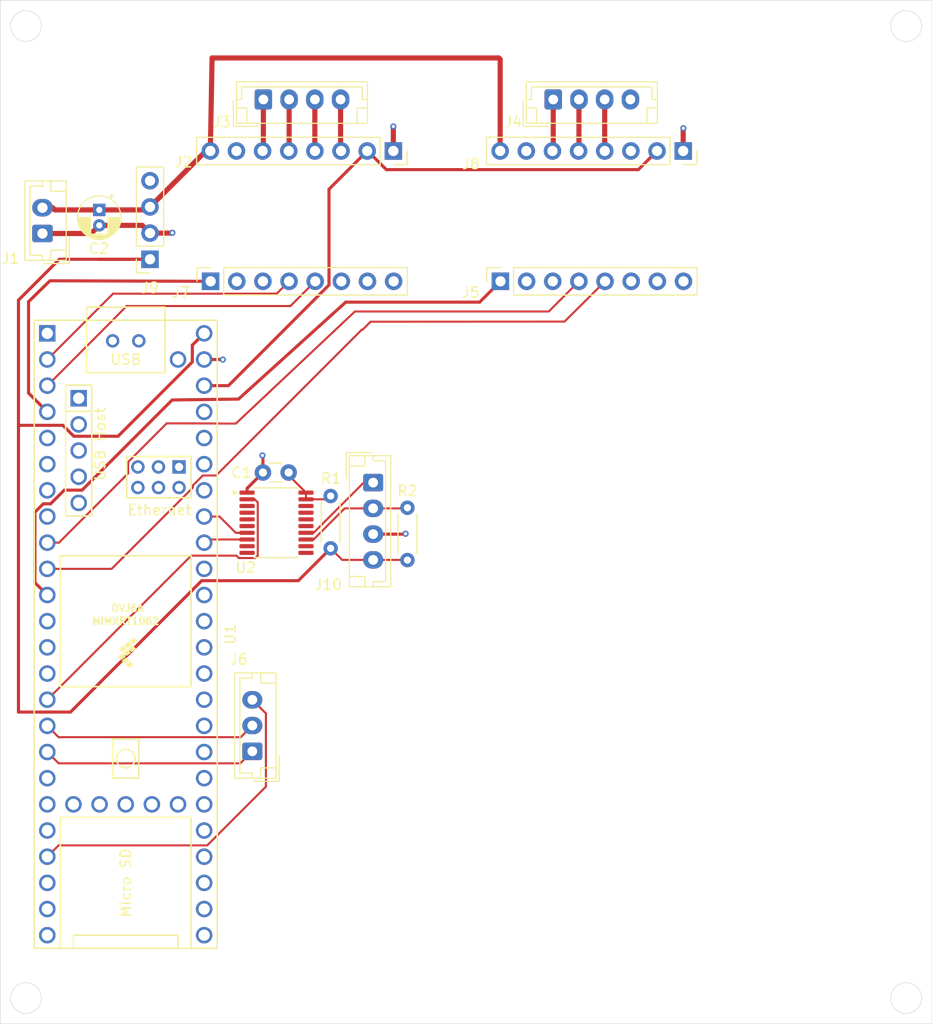
<source format=kicad_pcb>
(kicad_pcb (version 20240108) (generator "pcbnew") (generator_version "8.0")
  (layers (0 "F.Cu" signal) (31 "B.Cu" signal) (34 "B.Paste" user) (35 "F.Paste" user) (36 "B.SilkS" user "B.Silkscreen") (37 "F.SilkS" user "F.Silkscreen") (38 "B.Mask" user) (39 "F.Mask" user) (44 "Edge.Cuts" user))
  (net 0 "")
  (net 1 "+5V")
  (net 2 "/EN")
  (net 3 "GND")
  (net 4 "+24V")
  (net 5 "/D1_A2")
  (net 6 "/D1_B1")
  (net 7 "/D1_B2")
  (net 8 "+3.3V")
  (net 9 "/D1_A1")
  (net 10 "/D2_B1")
  (net 11 "/D2_A2")
  (net 12 "/D2_A1")
  (net 13 "/D2_B2")
  (net 17 "/D2_TX")
  (net 19 "/D2_EN")
  (net 21 "/D2_RX")
  (net 22 "/EN1")
  (net 23 "/EN2")
  (net 24 "/ENA")
  (net 26 "/D1_EN")
  (net 27 "/D1_TX")
  (net 28 "/D1_RX")
  (net 34 "/Black{slash}SDA")
  (net 35 "/Yellow{slash}SCL")
  (net 53 "TEMP_SDA")
  (net 57 "TEMP_SCL")
  (footprint "Connector_PinSocket_2.54mm:PinSocket_1x08_P2.54mm_Vertical" (layer "F.Cu") (at 36.37 43.95 90)
    (property "Reference" "J7" (at -1.08 -2.88 0) (layer "F.SilkS"))
    (property "Value" "Conn_01x08")
    (pad "1" thru_hole rect (at 0 0 90) (size 1.7 1.7) (drill 1) (layers "*.Cu" "*.Mask") (net 26 "/D1_EN"))
    (pad "2" thru_hole oval (at 0 2.54 90) (size 1.7 1.7) (drill 1) (layers "*.Cu" "*.Mask"))
    (pad "3" thru_hole oval (at 0 5.08 90) (size 1.7 1.7) (drill 1) (layers "*.Cu" "*.Mask"))
    (pad "4" thru_hole oval (at 0 7.62 90) (size 1.7 1.7) (drill 1) (layers "*.Cu" "*.Mask") (net 27 "/D1_TX"))
    (pad "5" thru_hole oval (at 0 10.16 90) (size 1.7 1.7) (drill 1) (layers "*.Cu" "*.Mask") (net 28 "/D1_RX"))
    (pad "6" thru_hole oval (at 0 12.7 90) (size 1.7 1.7) (drill 1) (layers "*.Cu" "*.Mask"))
    (pad "7" thru_hole oval (at 0 15.24 90) (size 1.7 1.7) (drill 1) (layers "*.Cu" "*.Mask"))
    (pad "8" thru_hole oval (at 0 17.78 90) (size 1.7 1.7) (drill 1) (layers "*.Cu" "*.Mask"))
  )
  (footprint "Resistor_THT:R_Axial_DIN0204_L3.6mm_D1.6mm_P5.08mm_Horizontal" (layer "F.Cu") (at 48.03 69.87 90)
    (property "Reference" "R1" (at 6.77 0.04 180) (layer "F.SilkS"))
    (property "Value" "200k")
    (pad "1" thru_hole circle (at 0 0 90) (size 1.4 1.4) (drill 0.7) (layers "*.Cu" "*.Mask") (net 1 "+5V"))
    (pad "2" thru_hole oval (at 5.08 0 90) (size 1.4 1.4) (drill 0.7) (layers "*.Cu" "*.Mask") (net 2 "/EN"))
  )
  (footprint "Connector_PinSocket_2.54mm:PinSocket_1x08_P2.54mm_Vertical" (layer "F.Cu") (at 54.12 31.3 -90)
    (property "Reference" "J2" (at 1.08 20.38 180) (layer "F.SilkS"))
    (property "Value" "Conn_01x08")
    (pad "1" thru_hole rect (at 0 0 270) (size 1.7 1.7) (drill 1) (layers "*.Cu" "*.Mask") (net 3 "GND"))
    (pad "2" thru_hole oval (at 0 2.54 270) (size 1.7 1.7) (drill 1) (layers "*.Cu" "*.Mask") (net 8 "+3.3V"))
    (pad "3" thru_hole oval (at 0 5.08 270) (size 1.7 1.7) (drill 1) (layers "*.Cu" "*.Mask") (net 7 "/D1_B2"))
    (pad "4" thru_hole oval (at 0 7.62 270) (size 1.7 1.7) (drill 1) (layers "*.Cu" "*.Mask") (net 6 "/D1_B1"))
    (pad "5" thru_hole oval (at 0 10.16 270) (size 1.7 1.7) (drill 1) (layers "*.Cu" "*.Mask") (net 9 "/D1_A1"))
    (pad "6" thru_hole oval (at 0 12.7 270) (size 1.7 1.7) (drill 1) (layers "*.Cu" "*.Mask") (net 5 "/D1_A2"))
    (pad "7" thru_hole oval (at 0 15.24 270) (size 1.7 1.7) (drill 1) (layers "*.Cu" "*.Mask") (net 3 "GND"))
    (pad "8" thru_hole oval (at 0 17.78 270) (size 1.7 1.7) (drill 1) (layers "*.Cu" "*.Mask") (net 4 "+24V"))
  )
  (footprint "Connector_PinSocket_2.54mm:PinSocket_1x08_P2.54mm_Vertical" (layer "F.Cu") (at 64.53 43.95 90)
    (property "Reference" "J5" (at -1.08 -2.88 0) (layer "F.SilkS"))
    (property "Value" "Conn_01x08")
    (pad "1" thru_hole rect (at 0 0 90) (size 1.7 1.7) (drill 1) (layers "*.Cu" "*.Mask") (net 19 "/D2_EN"))
    (pad "2" thru_hole oval (at 0 2.54 90) (size 1.7 1.7) (drill 1) (layers "*.Cu" "*.Mask"))
    (pad "3" thru_hole oval (at 0 5.08 90) (size 1.7 1.7) (drill 1) (layers "*.Cu" "*.Mask"))
    (pad "4" thru_hole oval (at 0 7.62 90) (size 1.7 1.7) (drill 1) (layers "*.Cu" "*.Mask") (net 17 "/D2_TX"))
    (pad "5" thru_hole oval (at 0 10.16 90) (size 1.7 1.7) (drill 1) (layers "*.Cu" "*.Mask") (net 21 "/D2_RX"))
    (pad "6" thru_hole oval (at 0 12.7 90) (size 1.7 1.7) (drill 1) (layers "*.Cu" "*.Mask"))
    (pad "7" thru_hole oval (at 0 15.24 90) (size 1.7 1.7) (drill 1) (layers "*.Cu" "*.Mask"))
    (pad "8" thru_hole oval (at 0 17.78 90) (size 1.7 1.7) (drill 1) (layers "*.Cu" "*.Mask"))
  )
  (footprint "Connector_PinSocket_2.54mm:PinSocket_1x08_P2.54mm_Vertical" (layer "F.Cu") (at 82.28 31.3 -90)
    (property "Reference" "J8" (at 1.26 20.62 180) (layer "F.SilkS"))
    (property "Value" "Conn_01x08")
    (pad "1" thru_hole rect (at 0 0 270) (size 1.7 1.7) (drill 1) (layers "*.Cu" "*.Mask") (net 3 "GND"))
    (pad "2" thru_hole oval (at 0 2.54 270) (size 1.7 1.7) (drill 1) (layers "*.Cu" "*.Mask") (net 8 "+3.3V"))
    (pad "3" thru_hole oval (at 0 5.08 270) (size 1.7 1.7) (drill 1) (layers "*.Cu" "*.Mask") (net 13 "/D2_B2"))
    (pad "4" thru_hole oval (at 0 7.62 270) (size 1.7 1.7) (drill 1) (layers "*.Cu" "*.Mask") (net 10 "/D2_B1"))
    (pad "5" thru_hole oval (at 0 10.16 270) (size 1.7 1.7) (drill 1) (layers "*.Cu" "*.Mask") (net 12 "/D2_A1"))
    (pad "6" thru_hole oval (at 0 12.7 270) (size 1.7 1.7) (drill 1) (layers "*.Cu" "*.Mask") (net 11 "/D2_A2"))
    (pad "7" thru_hole oval (at 0 15.24 270) (size 1.7 1.7) (drill 1) (layers "*.Cu" "*.Mask") (net 3 "GND"))
    (pad "8" thru_hole oval (at 0 17.78 270) (size 1.7 1.7) (drill 1) (layers "*.Cu" "*.Mask") (net 4 "+24V"))
  )
  (footprint "Connector_JST:JST_EH_B4B-EH-A_1x04_P2.50mm_Vertical" (layer "F.Cu") (at 52.16 63.49 -90)
    (property "Reference" "J10" (at 9.91 4.37 180) (layer "F.SilkS"))
    (property "Value" "Conn_01x04")
    (pad "1" thru_hole roundrect (at 0 0 270) (size 1.7 1.95) (drill 0.95) (layers "*.Cu" "*.Mask") (roundrect_rratio 0.147059) (net 35 "/Yellow{slash}SCL"))
    (pad "2" thru_hole oval (at 2.5 0 270) (size 1.7 1.95) (drill 0.95) (layers "*.Cu" "*.Mask") (net 34 "/Black{slash}SDA"))
    (pad "3" thru_hole oval (at 5 0 270) (size 1.7 1.95) (drill 0.95) (layers "*.Cu" "*.Mask") (net 3 "GND"))
    (pad "4" thru_hole oval (at 7.5 0 270) (size 1.7 1.95) (drill 0.95) (layers "*.Cu" "*.Mask") (net 1 "+5V"))
  )
  (footprint "Package_SO:TSSOP-20_4.4x6.5mm_P0.65mm" (layer "F.Cu") (at 42.7725 67.385)
    (property "Reference" "U2" (at -2.9925 4.355 0) (layer "F.SilkS"))
    (property "Value" "LSF0108PWR")
    (pad "1" smd roundrect (at -2.8625 -2.925) (size 1.475 0.4) (layers "F.Cu" "F.Paste" "F.Mask") (net 3 "GND"))
    (pad "2" smd roundrect (at -2.8625 -2.275) (size 1.475 0.4) (layers "F.Cu" "F.Paste" "F.Mask") (net 8 "+3.3V"))
    (pad "3" smd roundrect (at -2.8625 -1.625) (size 1.475 0.4) (layers "F.Cu" "F.Paste" "F.Mask"))
    (pad "4" smd roundrect (at -2.8625 -0.975) (size 1.475 0.4) (layers "F.Cu" "F.Paste" "F.Mask"))
    (pad "5" smd roundrect (at -2.8625 -0.325) (size 1.475 0.4) (layers "F.Cu" "F.Paste" "F.Mask"))
    (pad "6" smd roundrect (at -2.8625 0.325) (size 1.475 0.4) (layers "F.Cu" "F.Paste" "F.Mask"))
    (pad "7" smd roundrect (at -2.8625 0.975) (size 1.475 0.4) (layers "F.Cu" "F.Paste" "F.Mask") (net 57 "TEMP_SCL"))
    (pad "8" smd roundrect (at -2.8625 1.625) (size 1.475 0.4) (layers "F.Cu" "F.Paste" "F.Mask") (net 53 "TEMP_SDA"))
    (pad "9" smd roundrect (at -2.8625 2.275) (size 1.475 0.4) (layers "F.Cu" "F.Paste" "F.Mask"))
    (pad "10" smd roundrect (at -2.8625 2.925) (size 1.475 0.4) (layers "F.Cu" "F.Paste" "F.Mask"))
    (pad "11" smd roundrect (at 2.8625 2.925) (size 1.475 0.4) (layers "F.Cu" "F.Paste" "F.Mask"))
    (pad "12" smd roundrect (at 2.8625 2.275) (size 1.475 0.4) (layers "F.Cu" "F.Paste" "F.Mask"))
    (pad "13" smd roundrect (at 2.8625 1.625) (size 1.475 0.4) (layers "F.Cu" "F.Paste" "F.Mask") (net 34 "/Black{slash}SDA"))
    (pad "14" smd roundrect (at 2.8625 0.975) (size 1.475 0.4) (layers "F.Cu" "F.Paste" "F.Mask") (net 35 "/Yellow{slash}SCL"))
    (pad "15" smd roundrect (at 2.8625 0.325) (size 1.475 0.4) (layers "F.Cu" "F.Paste" "F.Mask"))
    (pad "16" smd roundrect (at 2.8625 -0.325) (size 1.475 0.4) (layers "F.Cu" "F.Paste" "F.Mask"))
    (pad "17" smd roundrect (at 2.8625 -0.975) (size 1.475 0.4) (layers "F.Cu" "F.Paste" "F.Mask"))
    (pad "18" smd roundrect (at 2.8625 -1.625) (size 1.475 0.4) (layers "F.Cu" "F.Paste" "F.Mask"))
    (pad "19" smd roundrect (at 2.8625 -2.275) (size 1.475 0.4) (layers "F.Cu" "F.Paste" "F.Mask") (net 2 "/EN"))
    (pad "20" smd roundrect (at 2.8625 -2.925) (size 1.475 0.4) (layers "F.Cu" "F.Paste" "F.Mask") (net 2 "/EN"))
  )
  (footprint "Connector_JST:JST_EH_B4B-EH-A_1x04_P2.50mm_Vertical" (layer "F.Cu") (at 69.655 26.3)
    (property "Reference" "J4" (at -3.865 2.17 0) (layer "F.SilkS"))
    (property "Value" "Conn_01x04")
    (pad "1" thru_hole roundrect (at 0 0) (size 1.7 1.95) (drill 0.95) (layers "*.Cu" "*.Mask") (roundrect_rratio 0.147059) (net 11 "/D2_A2"))
    (pad "2" thru_hole oval (at 2.5 0) (size 1.7 1.95) (drill 0.95) (layers "*.Cu" "*.Mask") (net 12 "/D2_A1"))
    (pad "3" thru_hole oval (at 5 0) (size 1.7 1.95) (drill 0.95) (layers "*.Cu" "*.Mask") (net 10 "/D2_B1"))
    (pad "4" thru_hole oval (at 7.5 0) (size 1.7 1.95) (drill 0.95) (layers "*.Cu" "*.Mask") (net 13 "/D2_B2"))
  )
  (footprint "Connector_JST:JST_EH_B2B-EH-A_1x02_P2.50mm_Vertical" (layer "F.Cu") (at 20.03 39.31 90)
    (property "Reference" "J1" (at -2.43 -3.12 0) (layer "F.SilkS"))
    (property "Value" "Conn_01x02")
    (pad "1" thru_hole roundrect (at 0 0 90) (size 1.7 2) (drill 1) (layers "*.Cu" "*.Mask") (roundrect_rratio 0.147059) (net 3 "GND"))
    (pad "2" thru_hole oval (at 2.5 0 90) (size 1.7 2) (drill 1) (layers "*.Cu" "*.Mask") (net 4 "+24V"))
  )
  (footprint "Resistor_THT:R_Axial_DIN0204_L3.6mm_D1.6mm_P5.08mm_Horizontal" (layer "F.Cu") (at 55.49 65.93 -90)
    (property "Reference" "R2" (at -1.64 0 0) (layer "F.SilkS"))
    (property "Value" "10k")
    (pad "1" thru_hole circle (at 0 0 270) (size 1.4 1.4) (drill 0.7) (layers "*.Cu" "*.Mask") (net 34 "/Black{slash}SDA"))
    (pad "2" thru_hole oval (at 5.08 0 270) (size 1.4 1.4) (drill 0.7) (layers "*.Cu" "*.Mask") (net 1 "+5V"))
  )
  (footprint "Capacitor_THT:CP_Radial_D4.0mm_P1.50mm" (layer "F.Cu") (at 25.55 37.02 -90)
    (property "Reference" "C2" (at 3.76 0.03 180) (layer "F.SilkS"))
    (property "Value" "33uF")
    (pad "1" thru_hole rect (at 0 0 270) (size 1.2 1.2) (drill 0.6) (layers "*.Cu" "*.Mask") (net 4 "+24V"))
    (pad "2" thru_hole circle (at 1.5 0 270) (size 1.2 1.2) (drill 0.6) (layers "*.Cu" "*.Mask") (net 3 "GND"))
  )
  (footprint "Connector_JST:JST_EH_B4B-EH-A_1x04_P2.50mm_Vertical" (layer "F.Cu") (at 41.495 26.3)
    (property "Reference" "J3" (at -4.045 2.19 0) (layer "F.SilkS"))
    (property "Value" "Conn_01x04")
    (pad "1" thru_hole roundrect (at 0 0) (size 1.7 1.95) (drill 0.95) (layers "*.Cu" "*.Mask") (roundrect_rratio 0.147059) (net 5 "/D1_A2"))
    (pad "2" thru_hole oval (at 2.5 0) (size 1.7 1.95) (drill 0.95) (layers "*.Cu" "*.Mask") (net 9 "/D1_A1"))
    (pad "3" thru_hole oval (at 5 0) (size 1.7 1.95) (drill 0.95) (layers "*.Cu" "*.Mask") (net 6 "/D1_B1"))
    (pad "4" thru_hole oval (at 7.5 0) (size 1.7 1.95) (drill 0.95) (layers "*.Cu" "*.Mask") (net 7 "/D1_B2"))
  )
  (footprint "teensy:Teensy41" (layer "F.Cu") (at 28.12 78.21 -90)
    (property "Reference" "U1" (at 0 -10.16 90) (layer "F.SilkS"))
    (property "Value" "Teensy4.1")
    (fp_text user "Ethernet" (at -12.065 -3.2766 180) (layer "F.SilkS"))
    (fp_text user "DVJ6A" (at -2.54 -0.18 180) (layer "F.SilkS") (effects (font (size 0.7 0.7))))
    (fp_text user "Micro SD" (at 24.13 0 90) (layer "F.SilkS"))
    (fp_text user "MIMXRT1062" (at -1.27 0 180) (layer "F.SilkS") (effects (font (size 0.7 0.7))))
    (fp_text user "USB" (at -26.67 0 180) (layer "F.SilkS"))
    (fp_text user "USB Host" (at -18.4658 2.4892 90) (layer "F.SilkS"))
    (pad "1" thru_hole rect (at -29.21 7.62 270) (size 1.6 1.6) (drill 1.1) (layers "*.Cu" "*.Mask"))
    (pad "2" thru_hole circle (at -26.67 7.62 270) (size 1.6 1.6) (drill 1.1) (layers "*.Cu" "*.Mask") (net 27 "/D1_TX"))
    (pad "3" thru_hole circle (at -24.13 7.62 270) (size 1.6 1.6) (drill 1.1) (layers "*.Cu" "*.Mask") (net 28 "/D1_RX"))
    (pad "4" thru_hole circle (at -21.59 7.62 270) (size 1.6 1.6) (drill 1.1) (layers "*.Cu" "*.Mask") (net 26 "/D1_EN"))
    (pad "5" thru_hole circle (at -19.05 7.62 270) (size 1.6 1.6) (drill 1.1) (layers "*.Cu" "*.Mask"))
    (pad "6" thru_hole circle (at -16.51 7.62 270) (size 1.6 1.6) (drill 1.1) (layers "*.Cu" "*.Mask"))
    (pad "7" thru_hole circle (at -13.97 7.62 270) (size 1.6 1.6) (drill 1.1) (layers "*.Cu" "*.Mask"))
    (pad "8" thru_hole circle (at -11.43 7.62 270) (size 1.6 1.6) (drill 1.1) (layers "*.Cu" "*.Mask"))
    (pad "9" thru_hole circle (at -8.89 7.62 270) (size 1.6 1.6) (drill 1.1) (layers "*.Cu" "*.Mask") (net 17 "/D2_TX"))
    (pad "10" thru_hole circle (at -6.35 7.62 270) (size 1.6 1.6) (drill 1.1) (layers "*.Cu" "*.Mask") (net 21 "/D2_RX"))
    (pad "11" thru_hole circle (at -3.81 7.62 270) (size 1.6 1.6) (drill 1.1) (layers "*.Cu" "*.Mask") (net 19 "/D2_EN"))
    (pad "12" thru_hole circle (at -1.27 7.62 270) (size 1.6 1.6) (drill 1.1) (layers "*.Cu" "*.Mask"))
    (pad "13" thru_hole circle (at 1.27 7.62 270) (size 1.6 1.6) (drill 1.1) (layers "*.Cu" "*.Mask"))
    (pad "14" thru_hole circle (at 3.81 7.62 270) (size 1.6 1.6) (drill 1.1) (layers "*.Cu" "*.Mask"))
    (pad "15" thru_hole circle (at 6.35 7.62 270) (size 1.6 1.6) (drill 1.1) (layers "*.Cu" "*.Mask") (net 8 "+3.3V"))
    (pad "16" thru_hole circle (at 8.89 7.62 270) (size 1.6 1.6) (drill 1.1) (layers "*.Cu" "*.Mask") (net 23 "/EN2"))
    (pad "17" thru_hole circle (at 11.43 7.62 270) (size 1.6 1.6) (drill 1.1) (layers "*.Cu" "*.Mask") (net 22 "/EN1"))
    (pad "18" thru_hole circle (at 13.97 7.62 270) (size 1.6 1.6) (drill 1.1) (layers "*.Cu" "*.Mask"))
    (pad "19" thru_hole circle (at 16.51 7.62 270) (size 1.6 1.6) (drill 1.1) (layers "*.Cu" "*.Mask"))
    (pad "20" thru_hole circle (at 19.05 7.62 270) (size 1.6 1.6) (drill 1.1) (layers "*.Cu" "*.Mask"))
    (pad "21" thru_hole circle (at 21.59 7.62 270) (size 1.6 1.6) (drill 1.1) (layers "*.Cu" "*.Mask") (net 24 "/ENA"))
    (pad "22" thru_hole circle (at 24.13 7.62 270) (size 1.6 1.6) (drill 1.1) (layers "*.Cu" "*.Mask"))
    (pad "23" thru_hole circle (at 26.67 7.62 270) (size 1.6 1.6) (drill 1.1) (layers "*.Cu" "*.Mask"))
    (pad "24" thru_hole circle (at 29.21 7.62 270) (size 1.6 1.6) (drill 1.1) (layers "*.Cu" "*.Mask"))
    (pad "25" thru_hole circle (at 29.21 -7.62 270) (size 1.6 1.6) (drill 1.1) (layers "*.Cu" "*.Mask"))
    (pad "26" thru_hole circle (at 26.67 -7.62 270) (size 1.6 1.6) (drill 1.1) (layers "*.Cu" "*.Mask"))
    (pad "27" thru_hole circle (at 24.13 -7.62 270) (size 1.6 1.6) (drill 1.1) (layers "*.Cu" "*.Mask"))
    (pad "28" thru_hole circle (at 21.59 -7.62 270) (size 1.6 1.6) (drill 1.1) (layers "*.Cu" "*.Mask"))
    (pad "29" thru_hole circle (at 19.05 -7.62 270) (size 1.6 1.6) (drill 1.1) (layers "*.Cu" "*.Mask"))
    (pad "30" thru_hole circle (at 16.51 -7.62 270) (size 1.6 1.6) (drill 1.1) (layers "*.Cu" "*.Mask"))
    (pad "31" thru_hole circle (at 13.97 -7.62 270) (size 1.6 1.6) (drill 1.1) (layers "*.Cu" "*.Mask"))
    (pad "32" thru_hole circle (at 11.43 -7.62 270) (size 1.6 1.6) (drill 1.1) (layers "*.Cu" "*.Mask"))
    (pad "33" thru_hole circle (at 8.89 -7.62 270) (size 1.6 1.6) (drill 1.1) (layers "*.Cu" "*.Mask"))
    (pad "34" thru_hole circle (at 6.35 -7.62 270) (size 1.6 1.6) (drill 1.1) (layers "*.Cu" "*.Mask"))
    (pad "35" thru_hole circle (at 3.81 -7.62 270) (size 1.6 1.6) (drill 1.1) (layers "*.Cu" "*.Mask"))
    (pad "36" thru_hole circle (at 1.27 -7.62 270) (size 1.6 1.6) (drill 1.1) (layers "*.Cu" "*.Mask"))
    (pad "37" thru_hole circle (at -1.27 -7.62 270) (size 1.6 1.6) (drill 1.1) (layers "*.Cu" "*.Mask"))
    (pad "38" thru_hole circle (at -3.81 -7.62 270) (size 1.6 1.6) (drill 1.1) (layers "*.Cu" "*.Mask"))
    (pad "39" thru_hole circle (at -6.35 -7.62 270) (size 1.6 1.6) (drill 1.1) (layers "*.Cu" "*.Mask"))
    (pad "40" thru_hole circle (at -8.89 -7.62 270) (size 1.6 1.6) (drill 1.1) (layers "*.Cu" "*.Mask") (net 53 "TEMP_SDA"))
    (pad "41" thru_hole circle (at -11.43 -7.62 270) (size 1.6 1.6) (drill 1.1) (layers "*.Cu" "*.Mask") (net 57 "TEMP_SCL"))
    (pad "42" thru_hole circle (at -13.97 -7.62 270) (size 1.6 1.6) (drill 1.1) (layers "*.Cu" "*.Mask"))
    (pad "43" thru_hole circle (at -16.51 -7.62 270) (size 1.6 1.6) (drill 1.1) (layers "*.Cu" "*.Mask"))
    (pad "44" thru_hole circle (at -19.05 -7.62 270) (size 1.6 1.6) (drill 1.1) (layers "*.Cu" "*.Mask"))
    (pad "45" thru_hole circle (at -21.59 -7.62 270) (size 1.6 1.6) (drill 1.1) (layers "*.Cu" "*.Mask"))
    (pad "46" thru_hole circle (at -24.13 -7.62 270) (size 1.6 1.6) (drill 1.1) (layers "*.Cu" "*.Mask") (net 8 "+3.3V"))
    (pad "47" thru_hole circle (at -26.67 -7.62 270) (size 1.6 1.6) (drill 1.1) (layers "*.Cu" "*.Mask") (net 3 "GND"))
    (pad "48" thru_hole circle (at -29.21 -7.62 270) (size 1.6 1.6) (drill 1.1) (layers "*.Cu" "*.Mask") (net 1 "+5V"))
    (pad "49" thru_hole circle (at -26.67 -5.08 270) (size 1.6 1.6) (drill 1.1) (layers "*.Cu" "*.Mask"))
    (pad "50" thru_hole circle (at 16.51 5.08 270) (size 1.6 1.6) (drill 1.1) (layers "*.Cu" "*.Mask"))
    (pad "51" thru_hole circle (at 16.51 2.54 270) (size 1.6 1.6) (drill 1.1) (layers "*.Cu" "*.Mask"))
    (pad "52" thru_hole circle (at 16.51 0 270) (size 1.6 1.6) (drill 1.1) (layers "*.Cu" "*.Mask"))
    (pad "53" thru_hole circle (at 16.51 -2.54 270) (size 1.6 1.6) (drill 1.1) (layers "*.Cu" "*.Mask"))
    (pad "54" thru_hole circle (at 16.51 -5.08 270) (size 1.6 1.6) (drill 1.1) (layers "*.Cu" "*.Mask"))
    (pad "55" thru_hole rect (at -22.9108 4.5692 270) (size 1.6 1.6) (drill 1.1) (layers "*.Cu" "*.Mask"))
    (pad "56" thru_hole circle (at -20.3708 4.5692 270) (size 1.6 1.6) (drill 1.1) (layers "*.Cu" "*.Mask"))
    (pad "57" thru_hole circle (at -17.8308 4.5692 270) (size 1.6 1.6) (drill 1.1) (layers "*.Cu" "*.Mask"))
    (pad "58" thru_hole circle (at -15.2908 4.5692 270) (size 1.6 1.6) (drill 1.1) (layers "*.Cu" "*.Mask"))
    (pad "59" thru_hole circle (at -12.7508 4.5692 270) (size 1.6 1.6) (drill 1.1) (layers "*.Cu" "*.Mask"))
    (pad "60" thru_hole rect (at -16.24 -5.1816 270) (size 1.3 1.3) (drill 0.8) (layers "*.Cu" "*.Mask"))
    (pad "61" thru_hole circle (at -16.24 -3.1816 270) (size 1.3 1.3) (drill 0.8) (layers "*.Cu" "*.Mask"))
    (pad "62" thru_hole circle (at -16.24 -1.1816 270) (size 1.3 1.3) (drill 0.8) (layers "*.Cu" "*.Mask"))
    (pad "63" thru_hole circle (at -14.24 -1.1816 270) (size 1.3 1.3) (drill 0.8) (layers "*.Cu" "*.Mask"))
    (pad "64" thru_hole circle (at -14.24 -3.1816 270) (size 1.3 1.3) (drill 0.8) (layers "*.Cu" "*.Mask"))
    (pad "65" thru_hole circle (at -14.24 -5.1816 270) (size 1.3 1.3) (drill 0.8) (layers "*.Cu" "*.Mask"))
    (pad "66" thru_hole circle (at -28.48 -1.27 270) (size 1.3 1.3) (drill 0.8) (layers "*.Cu" "*.Mask"))
    (pad "67" thru_hole circle (at -28.48 1.27 270) (size 1.3 1.3) (drill 0.8) (layers "*.Cu" "*.Mask"))
  )
  (footprint "Connector_JST:JST_EH_B3B-EH-A_1x03_P2.50mm_Vertical" (layer "F.Cu") (at 40.42 89.57 90)
    (property "Reference" "J6" (at 8.92 -1.31 0) (layer "F.SilkS"))
    (property "Value" "Conn_01x03")
    (pad "1" thru_hole roundrect (at 0 0 90) (size 1.7 1.95) (drill 0.95) (layers "*.Cu" "*.Mask") (roundrect_rratio 0.147059) (net 22 "/EN1"))
    (pad "2" thru_hole oval (at 2.5 0 90) (size 1.7 1.95) (drill 0.95) (layers "*.Cu" "*.Mask") (net 23 "/EN2"))
    (pad "3" thru_hole oval (at 5 0 90) (size 1.7 1.95) (drill 0.95) (layers "*.Cu" "*.Mask") (net 24 "/ENA"))
  )
  (footprint "Connector_PinSocket_2.54mm:PinSocket_1x04_P2.54mm_Vertical" (layer "F.Cu") (at 30.48 41.81 180)
    (property "Reference" "J9" (at 0 -2.77 180) (layer "F.SilkS"))
    (property "Value" "Conn_01x04")
    (pad "1" thru_hole rect (at 0 0 180) (size 1.7 1.7) (drill 1) (layers "*.Cu" "*.Mask") (net 1 "+5V"))
    (pad "2" thru_hole oval (at 0 2.54 180) (size 1.7 1.7) (drill 1) (layers "*.Cu" "*.Mask") (net 3 "GND"))
    (pad "3" thru_hole oval (at 0 5.08 180) (size 1.7 1.7) (drill 1) (layers "*.Cu" "*.Mask") (net 4 "+24V"))
    (pad "4" thru_hole oval (at 0 7.62 180) (size 1.7 1.7) (drill 1) (layers "*.Cu" "*.Mask"))
  )
  (footprint "Capacitor_THT:C_Disc_D3.0mm_W1.6mm_P2.50mm" (layer "F.Cu") (at 43.95 62.51 180)
    (property "Reference" "C1" (at 4.59 -0.02 180) (layer "F.SilkS"))
    (property "Value" "0.1uF")
    (pad "1" thru_hole circle (at 0 0 180) (size 1.6 1.6) (drill 0.8) (layers "*.Cu" "*.Mask") (net 2 "/EN"))
    (pad "2" thru_hole circle (at 2.5 0 180) (size 1.6 1.6) (drill 0.8) (layers "*.Cu" "*.Mask") (net 3 "GND"))
  )
  (gr_circle (center 103.95 113.52) (end 105.45 113.52) (stroke (width 0.05)) (fill none) (layer "Edge.Cuts"))
  (gr_circle (center 18.43 113.52) (end 19.93 113.52) (stroke (width 0.05)) (fill none) (layer "Edge.Cuts"))
  (gr_rect (start 15.93 16.67) (end 106.45 116.02) (stroke (width 0.05)) (fill none) (layer "Edge.Cuts"))
  (gr_circle (center 103.95 19.17) (end 105.45 19.17) (stroke (width 0.05)) (fill none) (layer "Edge.Cuts"))
  (gr_circle (center 18.43 19.17) (end 19.93 19.17) (stroke (width 0.05)) (fill none) (layer "Edge.Cuts"))
  (segment (start 27.377146 58.9892) (end 34.59 51.776346) (width 0.3) (layer "F.Cu") (net 1))
  (segment (start 52.16 70.99) (end 49.15 70.99) (width 0.2) (layer "F.Cu") (net 1))
  (segment (start 52.16 70.99) (end 55.47 70.99) (width 0.2) (layer "F.Cu") (net 1))
  (segment (start 34.59 50.15) (end 35.74 49) (width 0.3) (layer "F.Cu") (net 1))
  (segment (start 35.503654 73.01) (end 44.89 73.01) (width 0.3) (layer "F.Cu") (net 1))
  (segment (start 17.7 57.93) (end 22.015254 57.93) (width 0.3) (layer "F.Cu") (net 1))
  (segment (start 55.47 70.99) (end 55.49 71.01) (width 0.2) (layer "F.Cu") (net 1))
  (segment (start 30.48 41.81) (end 21.67 41.81) (width 0.3) (layer "F.Cu") (net 1))
  (segment (start 22.015254 57.93) (end 23.074454 58.9892) (width 0.3) (layer "F.Cu") (net 1))
  (segment (start 17.7 85.76) (end 22.753654 85.76) (width 0.3) (layer "F.Cu") (net 1))
  (segment (start 49.15 70.99) (end 48.03 69.87) (width 0.2) (layer "F.Cu") (net 1))
  (segment (start 44.89 73.01) (end 48.03 69.87) (width 0.3) (layer "F.Cu") (net 1))
  (segment (start 17.7 45.78) (end 17.7 57.93) (width 0.3) (layer "F.Cu") (net 1))
  (segment (start 17.7 57.93) (end 17.7 85.76) (width 0.3) (layer "F.Cu") (net 1))
  (segment (start 21.67 41.81) (end 17.7 45.78) (width 0.3) (layer "F.Cu") (net 1))
  (segment (start 23.074454 58.9892) (end 27.377146 58.9892) (width 0.3) (layer "F.Cu") (net 1))
  (segment (start 22.753654 85.76) (end 35.503654 73.01) (width 0.3) (layer "F.Cu") (net 1))
  (segment (start 34.59 51.776346) (end 34.59 50.15) (width 0.3) (layer "F.Cu") (net 1))
  (segment (start 30.48 41.81) (end 25.39 41.81) (width 0.3) (layer "F.Cu") (net 1))
  (segment (start 45.635 65.11) (end 47.71 65.11) (width 0.2) (layer "F.Cu") (net 2))
  (segment (start 45.635 64.46) (end 43.95 62.775) (width 0.2) (layer "F.Cu") (net 2))
  (segment (start 45.635 64.46) (end 45.635 64.455) (width 0.2) (layer "F.Cu") (net 2))
  (segment (start 45.635 64.46) (end 45.635 65.11) (width 0.2) (layer "F.Cu") (net 2))
  (segment (start 47.71 65.11) (end 48.03 64.79) (width 0.2) (layer "F.Cu") (net 2))
  (segment (start 43.95 62.775) (end 43.95 62.51) (width 0.2) (layer "F.Cu") (net 2))
  (segment (start 45.635 64.455) (end 45.66 64.43) (width 0.2) (layer "F.Cu") (net 2))
  (segment (start 41.45 60.9) (end 41.4 60.85) (width 0.3) (layer "F.Cu") (net 3))
  (segment (start 20.03 39.31) (end 24.76 39.31) (width 0.5) (layer "F.Cu") (net 3))
  (segment (start 35.74 51.54) (end 37.54 51.54) (width 0.3) (layer "F.Cu") (net 3))
  (segment (start 24.76 39.31) (end 25.55 38.52) (width 0.5) (layer "F.Cu") (net 3))
  (segment (start 32.62 39.27) (end 32.65 39.24) (width 0.5) (layer "F.Cu") (net 3))
  (segment (start 25.55 38.52) (end 29.73 38.52) (width 0.5) (layer "F.Cu") (net 3))
  (segment (start 52.16 68.49) (end 55.27 68.49) (width 0.3) (layer "F.Cu") (net 3))
  (segment (start 54.12 31.3) (end 54.12 28.92) (width 0.5) (layer "F.Cu") (net 3))
  (segment (start 39.91 64.46) (end 39.91 64.05) (width 0.3) (layer "F.Cu") (net 3))
  (segment (start 55.27 68.49) (end 55.31 68.45) (width 0.3) (layer "F.Cu") (net 3))
  (segment (start 29.73 38.52) (end 30.48 39.27) (width 0.5) (layer "F.Cu") (net 3))
  (segment (start 30.48 39.27) (end 32.62 39.27) (width 0.5) (layer "F.Cu") (net 3))
  (segment (start 39.91 64.05) (end 41.45 62.51) (width 0.3) (layer "F.Cu") (net 3))
  (segment (start 37.54 51.54) (end 37.55 51.55) (width 0.3) (layer "F.Cu") (net 3))
  (segment (start 82.28 31.3) (end 82.28 29.11) (width 0.5) (layer "F.Cu") (net 3))
  (segment (start 41.45 62.51) (end 41.45 60.9) (width 0.3) (layer "F.Cu") (net 3))
  (segment (start 82.28 29.11) (end 82.3 29.09) (width 0.5) (layer "F.Cu") (net 3))
  (via (at 37.55 51.55) (size 0.6) (drill 0.3) (layers "F.Cu" "B.Cu") (net 3))
  (via (at 82.3 29.09) (size 0.6) (drill 0.3) (layers "F.Cu" "B.Cu") (net 3))
  (via (at 32.65 39.24) (size 0.6) (drill 0.3) (layers "F.Cu" "B.Cu") (net 3))
  (via (at 55.31 68.45) (size 0.6) (drill 0.3) (layers "F.Cu" "B.Cu") (net 3))
  (via (at 54.12 28.92) (size 0.6) (drill 0.3) (layers "F.Cu" "B.Cu") (net 3))
  (via (at 41.4 60.85) (size 0.6) (drill 0.3) (layers "F.Cu" "B.Cu") (net 3))
  (segment (start 30.19 37.02) (end 30.48 36.73) (width 0.5) (layer "F.Cu") (net 4))
  (segment (start 20.03 36.81) (end 21.02 36.81) (width 0.5) (layer "F.Cu") (net 4))
  (segment (start 21.23 37.02) (end 25.55 37.02) (width 0.5) (layer "F.Cu") (net 4))
  (segment (start 35.91 31.3) (end 36.34 31.3) (width 0.5) (layer "F.Cu") (net 4))
  (segment (start 36.34 31.3) (end 36.51 22.27) (width 0.5) (layer "F.Cu") (net 4))
  (segment (start 25.55 37.02) (end 30.19 37.02) (width 0.5) (layer "F.Cu") (net 4))
  (segment (start 21.02 36.81) (end 21.23 37.02) (width 0.5) (layer "F.Cu") (net 4))
  (segment (start 64.37 22.27) (end 64.5 22.4) (width 0.5) (layer "F.Cu") (net 4))
  (segment (start 30.48 36.73) (end 35.91 31.3) (width 0.5) (layer "F.Cu") (net 4))
  (segment (start 64.5 22.4) (end 64.5 31.3) (width 0.5) (layer "F.Cu") (net 4))
  (segment (start 36.51 22.27) (end 64.37 22.27) (width 0.5) (layer "F.Cu") (net 4))
  (segment (start 41.495 26.3) (end 41.495 31.225) (width 0.5) (layer "F.Cu") (net 5))
  (segment (start 41.495 31.225) (end 41.42 31.3) (width 0.5) (layer "F.Cu") (net 5))
  (segment (start 46.495 31.295) (end 46.5 31.3) (width 0.5) (layer "F.Cu") (net 6))
  (segment (start 46.495 26.3) (end 46.495 31.295) (width 0.5) (layer "F.Cu") (net 6))
  (segment (start 48.995 31.255) (end 49.04 31.3) (width 0.5) (layer "F.Cu") (net 7))
  (segment (start 48.995 26.3) (end 48.995 31.255) (width 0.5) (layer "F.Cu") (net 7))
  (segment (start 40.9475 65.410001) (end 40.9475 70.578456) (width 0.2) (layer "F.Cu") (net 8))
  (segment (start 78.94 32.1) (end 79.74 31.3) (width 0.3) (layer "F.Cu") (net 8))
  (segment (start 39.91 65.11) (end 40.647499 65.11) (width 0.2) (layer "F.Cu") (net 8))
  (segment (start 34.481544 70.578456) (end 20.5 84.56) (width 0.2) (layer "F.Cu") (net 8))
  (segment (start 38.8725 70.578456) (end 34.481544 70.578456) (width 0.2) (layer "F.Cu") (net 8))
  (segment (start 79.74 31.3) (end 77.93 33.11) (width 0.3) (layer "F.Cu") (net 8))
  (segment (start 39.104044 70.81) (end 38.8725 70.578456) (width 0.2) (layer "F.Cu") (net 8))
  (segment (start 53.44 33.11) (end 77.93 33.11) (width 0.3) (layer "F.Cu") (net 8))
  (segment (start 51.58 31.25) (end 53.44 33.11) (width 0.3) (layer "F.Cu") (net 8))
  (segment (start 40.715956 70.81) (end 39.104044 70.81) (width 0.2) (layer "F.Cu") (net 8))
  (segment (start 47.87 44.307057) (end 47.87 35.01) (width 0.3) (layer "F.Cu") (net 8))
  (segment (start 40.647499 65.11) (end 40.9475 65.410001) (width 0.2) (layer "F.Cu") (net 8))
  (segment (start 38.097057 54.08) (end 47.87 44.307057) (width 0.3) (layer "F.Cu") (net 8))
  (segment (start 47.87 35.01) (end 51.58 31.3) (width 0.3) (layer "F.Cu") (net 8))
  (segment (start 51.58 31.3) (end 51.58 31.25) (width 0.3) (layer "F.Cu") (net 8))
  (segment (start 40.9475 70.578456) (end 40.715956 70.81) (width 0.2) (layer "F.Cu") (net 8))
  (segment (start 35.74 54.08) (end 38.097057 54.08) (width 0.3) (layer "F.Cu") (net 8))
  (segment (start 43.995 26.3) (end 43.995 31.265) (width 0.5) (layer "F.Cu") (net 9))
  (segment (start 43.995 31.265) (end 43.96 31.3) (width 0.5) (layer "F.Cu") (net 9))
  (segment (start 74.655 31.295) (end 74.66 31.3) (width 0.5) (layer "F.Cu") (net 10))
  (segment (start 74.655 26.3) (end 74.655 31.295) (width 0.5) (layer "F.Cu") (net 10))
  (segment (start 69.655 31.225) (end 69.58 31.3) (width 0.5) (layer "F.Cu") (net 11))
  (segment (start 69.655 26.3) (end 69.655 31.225) (width 0.5) (layer "F.Cu") (net 11))
  (segment (start 72.155 26.3) (end 72.155 31.265) (width 0.5) (layer "F.Cu") (net 12))
  (segment (start 72.155 31.265) (end 72.12 31.3) (width 0.5) (layer "F.Cu") (net 12))
  (segment (start 20.5 69.32) (end 21.63137 69.32) (width 0.2) (layer "F.Cu") (net 17))
  (segment (start 28.3516 61.4884) (end 32.1 57.74) (width 0.2) (layer "F.Cu") (net 17))
  (segment (start 28.3516 62.59977) (end 28.3516 61.4884) (width 0.2) (layer "F.Cu") (net 17))
  (segment (start 32.1 57.74) (end 34.59 57.74) (width 0.2) (layer "F.Cu") (net 17))
  (segment (start 21.63137 69.32) (end 28.3516 62.59977) (width 0.2) (layer "F.Cu") (net 17))
  (segment (start 38.82 57.76) (end 50.385 46.88) (width 0.2) (layer "F.Cu") (net 17))
  (segment (start 34.57 57.74) (end 38.82 57.76) (width 0.2) (layer "F.Cu") (net 17))
  (segment (start 50.38 46.88) (end 69.22 46.88) (width 0.2) (layer "F.Cu") (net 17))
  (segment (start 69.22 46.88) (end 72.15 43.95) (width 0.2) (layer "F.Cu") (net 17))
  (segment (start 19.3 66.353654) (end 19.3 73.2) (width 0.3) (layer "F.Cu") (net 19))
  (segment (start 22.146346 64.22) (end 20.816346 65.55) (width 0.3) (layer "F.Cu") (net 19))
  (segment (start 20.816346 65.55) (end 20.103654 65.55) (width 0.3) (layer "F.Cu") (net 19))
  (segment (start 49.5 45.97) (end 39.08 55.38) (width 0.3) (layer "F.Cu") (net 19))
  (segment (start 64.53 43.95) (end 62.51 45.97) (width 0.3) (layer "F.Cu") (net 19))
  (segment (start 62.51 45.97) (end 49.5 45.97) (width 0.3) (layer "F.Cu") (net 19))
  (segment (start 39.08 55.38) (end 32.626346 55.47) (width 0.3) (layer "F.Cu") (net 19))
  (segment (start 19.3 73.2) (end 20.5 74.4) (width 0.3) (layer "F.Cu") (net 19))
  (segment (start 23.876346 64.22) (end 22.146346 64.22) (width 0.3) (layer "F.Cu") (net 19))
  (segment (start 20.103654 65.55) (end 19.3 66.353654) (width 0.3) (layer "F.Cu") (net 19))
  (segment (start 32.626346 55.47) (end 23.876346 64.22) (width 0.3) (layer "F.Cu") (net 19))
  (segment (start 26.755103 71.86) (end 34.64 63.975103) (width 0.2) (layer "F.Cu") (net 21))
  (segment (start 70.75 47.86) (end 74.69 43.95) (width 0.2) (layer "F.Cu") (net 21))
  (segment (start 51.06 48.64) (end 51.14 48.64) (width 0.2) (layer "F.Cu") (net 21))
  (segment (start 34.64 63.975103) (end 34.64 63.77) (width 0.2) (layer "F.Cu") (net 21))
  (segment (start 36.9 62.8) (end 51.06 48.64) (width 0.2) (layer "F.Cu") (net 21))
  (segment (start 35.61 62.8) (end 36.9 62.8) (width 0.2) (layer "F.Cu") (net 21))
  (segment (start 20.5 71.86) (end 26.755103 71.86) (width 0.2) (layer "F.Cu") (net 21))
  (segment (start 51.14 48.64) (end 51.91 47.87) (width 0.2) (layer "F.Cu") (net 21))
  (segment (start 34.64 63.77) (end 35.61 62.8) (width 0.2) (layer "F.Cu") (net 21))
  (segment (start 51.91 47.87) (end 70.76 47.86) (width 0.2) (layer "F.Cu") (net 21))
  (segment (start 39.25 90.74) (end 40.42 89.57) (width 0.2) (layer "F.Cu") (net 22))
  (segment (start 20.5 89.64) (end 21.6 90.74) (width 0.2) (layer "F.Cu") (net 22))
  (segment (start 21.6 90.74) (end 39.25 90.74) (width 0.2) (layer "F.Cu") (net 22))
  (segment (start 39.29 88.2) (end 40.42 87.07) (width 0.2) (layer "F.Cu") (net 23))
  (segment (start 20.5 87.1) (end 21.6 88.2) (width 0.2) (layer "F.Cu") (net 23))
  (segment (start 21.6 88.2) (end 39.29 88.2) (width 0.2) (layer "F.Cu") (net 23))
  (segment (start 20.5 99.8) (end 21.6 98.7) (width 0.2) (layer "F.Cu") (net 24))
  (segment (start 41.74 85.89) (end 40.42 84.57) (width 0.2) (layer "F.Cu") (net 24))
  (segment (start 21.6 98.7) (end 36.04 98.7) (width 0.2) (layer "F.Cu") (net 24))
  (segment (start 36.04 98.7) (end 41.74 93) (width 0.2) (layer "F.Cu") (net 24))
  (segment (start 41.74 93) (end 41.74 85.89) (width 0.2) (layer "F.Cu") (net 24))
  (segment (start 18.68 45.93) (end 20.75 43.9) (width 0.3) (layer "F.Cu") (net 26))
  (segment (start 20.79 43.9) (end 36.37 43.95) (width 0.3) (layer "F.Cu") (net 26))
  (segment (start 20.5 56.62) (end 18.68 54.8) (width 0.3) (layer "F.Cu") (net 26))
  (segment (start 18.68 54.8) (end 18.68 45.93) (width 0.3) (layer "F.Cu") (net 26))
  (segment (start 20.5 51.54) (end 26.89 45.15) (width 0.2) (layer "F.Cu") (net 27))
  (segment (start 26.89 45.15) (end 42.79 45.15) (width 0.2) (layer "F.Cu") (net 27))
  (segment (start 42.79 45.15) (end 43.99 43.95) (width 0.2) (layer "F.Cu") (net 27))
  (segment (start 26.68 47.9) (end 28.21 46.35) (width 0.2) (layer "F.Cu") (net 28))
  (segment (start 28.22 46.35) (end 44.12 46.35) (width 0.2) (layer "F.Cu") (net 28))
  (segment (start 44.12 46.35) (end 46.53 43.95) (width 0.2) (layer "F.Cu") (net 28))
  (segment (start 20.5 54.08) (end 26.68 47.9) (width 0.2) (layer "F.Cu") (net 28))
  (segment (start 55.43 65.99) (end 55.49 65.93) (width 0.2) (layer "F.Cu") (net 34))
  (segment (start 52.16 65.99) (end 55.43 65.99) (width 0.2) (layer "F.Cu") (net 34))
  (segment (start 49.392499 65.99) (end 52.16 65.99) (width 0.2) (layer "F.Cu") (net 34))
  (segment (start 45.635 69.01) (end 46.372499 69.01) (width 0.2) (layer "F.Cu") (net 34))
  (segment (start 46.372499 69.01) (end 49.392499 65.99) (width 0.2) (layer "F.Cu") (net 34))
  (segment (start 45.635 68.36) (end 46.372499 68.36) (width 0.2) (layer "F.Cu") (net 35))
  (segment (start 51.242499 63.49) (end 52.16 63.49) (width 0.2) (layer "F.Cu") (net 35))
  (segment (start 46.372499 68.36) (end 51.242499 63.49) (width 0.2) (layer "F.Cu") (net 35))
  (segment (start 36.05 69.01) (end 39.91 69.01) (width 0.2) (layer "F.Cu") (net 53))
  (segment (start 35.74 69.32) (end 36.05 69.01) (width 0.2) (layer "F.Cu") (net 53))
  (segment (start 38.81 68.36) (end 39.91 68.36) (width 0.2) (layer "F.Cu") (net 57))
  (segment (start 35.74 66.78) (end 37.23 66.78) (width 0.2) (layer "F.Cu") (net 57))
  (segment (start 37.23 66.78) (end 38.81 68.36) (width 0.2) (layer "F.Cu") (net 57))
)
</source>
